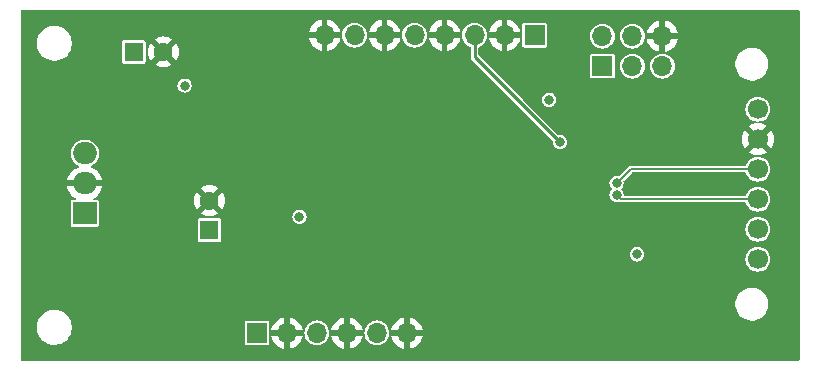
<source format=gbr>
%TF.GenerationSoftware,KiCad,Pcbnew,8.0.1*%
%TF.CreationDate,2024-04-25T19:13:20+02:00*%
%TF.ProjectId,lps-1,6c70732d-312e-46b6-9963-61645f706362,1.01*%
%TF.SameCoordinates,Original*%
%TF.FileFunction,Copper,L4,Bot*%
%TF.FilePolarity,Positive*%
%FSLAX46Y46*%
G04 Gerber Fmt 4.6, Leading zero omitted, Abs format (unit mm)*
G04 Created by KiCad (PCBNEW 8.0.1) date 2024-04-25 19:13:20*
%MOMM*%
%LPD*%
G01*
G04 APERTURE LIST*
%TA.AperFunction,ComponentPad*%
%ADD10C,1.700000*%
%TD*%
%TA.AperFunction,ComponentPad*%
%ADD11R,2.000000X1.905000*%
%TD*%
%TA.AperFunction,ComponentPad*%
%ADD12O,2.000000X1.905000*%
%TD*%
%TA.AperFunction,ComponentPad*%
%ADD13R,1.700000X1.700000*%
%TD*%
%TA.AperFunction,ComponentPad*%
%ADD14O,1.700000X1.700000*%
%TD*%
%TA.AperFunction,ComponentPad*%
%ADD15R,1.600000X1.600000*%
%TD*%
%TA.AperFunction,ComponentPad*%
%ADD16C,1.600000*%
%TD*%
%TA.AperFunction,ViaPad*%
%ADD17C,0.800000*%
%TD*%
%TA.AperFunction,Conductor*%
%ADD18C,0.152400*%
%TD*%
%TA.AperFunction,Conductor*%
%ADD19C,0.250000*%
%TD*%
G04 APERTURE END LIST*
D10*
%TO.P,J4,1,Pin_1*%
%TO.N,+3.3V*%
X125540000Y-63550000D03*
%TO.P,J4,2,Pin_2*%
%TO.N,GND*%
X125540000Y-66090000D03*
%TO.P,J4,3,Pin_3*%
%TO.N,/SCL*%
X125540000Y-68630000D03*
%TO.P,J4,4,Pin_4*%
%TO.N,/SDA*%
X125540000Y-71170000D03*
%TO.P,J4,5,Pin_5*%
%TO.N,unconnected-(J4-Pin_5-Pad5)*%
X125540000Y-73710000D03*
%TO.P,J4,6,Pin_6*%
%TO.N,unconnected-(J4-Pin_6-Pad6)*%
X125540000Y-76250000D03*
%TD*%
D11*
%TO.P,U1,1,IN*%
%TO.N,Net-(D1-K)*%
X68550000Y-72379999D03*
D12*
%TO.P,U1,2,GND*%
%TO.N,GND*%
X68550000Y-69839999D03*
%TO.P,U1,3,OUT*%
%TO.N,+5V*%
X68550000Y-67299999D03*
%TD*%
D13*
%TO.P,J5,1,Pin_1*%
%TO.N,/TxD0*%
X112375000Y-59905000D03*
D14*
%TO.P,J5,2,Pin_2*%
%TO.N,/RxD0*%
X112375000Y-57365000D03*
%TO.P,J5,3,Pin_3*%
%TO.N,/MODEM_SLEEP*%
X114915000Y-59905000D03*
%TO.P,J5,4,Pin_4*%
%TO.N,/MODEM_RESET*%
X114915000Y-57365000D03*
%TO.P,J5,5,Pin_5*%
%TO.N,+3.3V*%
X117455000Y-59905000D03*
%TO.P,J5,6,Pin_6*%
%TO.N,GND*%
X117455000Y-57365000D03*
%TD*%
D15*
%TO.P,C6,1*%
%TO.N,+5V*%
X72700000Y-58700000D03*
D16*
%TO.P,C6,2*%
%TO.N,GND*%
X75200000Y-58700000D03*
%TD*%
D13*
%TO.P,J6,1,Pin_1*%
%TO.N,+3.3V*%
X106630000Y-57290000D03*
D14*
%TO.P,J6,2,Pin_2*%
%TO.N,GND*%
X104090000Y-57290000D03*
%TO.P,J6,3,Pin_3*%
%TO.N,/UPDI*%
X101550000Y-57290000D03*
%TO.P,J6,4,Pin_4*%
%TO.N,GND*%
X99010000Y-57290000D03*
%TO.P,J6,5,Pin_5*%
%TO.N,/DIN*%
X96470000Y-57290000D03*
%TO.P,J6,6,Pin_6*%
%TO.N,GND*%
X93930000Y-57290000D03*
%TO.P,J6,7,Pin_7*%
%TO.N,/DOUT*%
X91390000Y-57290000D03*
%TO.P,J6,8,Pin_8*%
%TO.N,GND*%
X88850000Y-57290000D03*
%TD*%
D15*
%TO.P,C1,1*%
%TO.N,Net-(D1-K)*%
X79098257Y-73796363D03*
D16*
%TO.P,C1,2*%
%TO.N,GND*%
X79098257Y-71296363D03*
%TD*%
D13*
%TO.P,J15,1,Pin_1*%
%TO.N,/12VIN*%
X83125000Y-82500000D03*
D14*
%TO.P,J15,2,Pin_2*%
%TO.N,GND*%
X85665000Y-82500000D03*
%TO.P,J15,3,Pin_3*%
%TO.N,+5V*%
X88205000Y-82500000D03*
%TO.P,J15,4,Pin_4*%
%TO.N,GND*%
X90745000Y-82500000D03*
%TO.P,J15,5,Pin_5*%
%TO.N,+3.3V*%
X93285000Y-82500000D03*
%TO.P,J15,6,Pin_6*%
%TO.N,GND*%
X95825000Y-82500000D03*
%TD*%
D17*
%TO.N,+3.3V*%
X107875000Y-62750000D03*
X115300000Y-75850000D03*
X77000000Y-61550000D03*
X86725000Y-72650000D03*
%TO.N,GND*%
X117730000Y-65610000D03*
X117090000Y-77200000D03*
X117740000Y-72980000D03*
X117680000Y-69820000D03*
%TO.N,/SCL*%
X113575000Y-69824997D03*
%TO.N,/SDA*%
X113575000Y-70825000D03*
%TO.N,/UPDI*%
X108794474Y-66357072D03*
%TD*%
D18*
%TO.N,/SCL*%
X125532350Y-68635000D02*
X114764997Y-68635000D01*
X114764997Y-68635000D02*
X113575000Y-69824997D01*
%TO.N,/SDA*%
X113925000Y-71175000D02*
X113575000Y-70825000D01*
X125532350Y-71175000D02*
X113925000Y-71175000D01*
D19*
%TO.N,/UPDI*%
X101550000Y-59112598D02*
X108794474Y-66357072D01*
X101550000Y-57290000D02*
X101550000Y-59112598D01*
%TD*%
%TA.AperFunction,Conductor*%
%TO.N,GND*%
G36*
X129053794Y-55171206D02*
G01*
X129072100Y-55215400D01*
X129072100Y-84784600D01*
X129053794Y-84828794D01*
X129009600Y-84847100D01*
X63214400Y-84847100D01*
X63170206Y-84828794D01*
X63151900Y-84784600D01*
X63151900Y-82141279D01*
X64497500Y-82141279D01*
X64497501Y-82141295D01*
X64533880Y-82370979D01*
X64533880Y-82370980D01*
X64605746Y-82592161D01*
X64605750Y-82592169D01*
X64711329Y-82799381D01*
X64848025Y-82987526D01*
X64848032Y-82987534D01*
X65012465Y-83151967D01*
X65012473Y-83151974D01*
X65142452Y-83246410D01*
X65200621Y-83288672D01*
X65407837Y-83394253D01*
X65629018Y-83466119D01*
X65725829Y-83481452D01*
X65858704Y-83502498D01*
X65858710Y-83502498D01*
X65858718Y-83502500D01*
X65858720Y-83502500D01*
X66091280Y-83502500D01*
X66091282Y-83502500D01*
X66320982Y-83466119D01*
X66542163Y-83394253D01*
X66590257Y-83369748D01*
X82074500Y-83369748D01*
X82086132Y-83428230D01*
X82086133Y-83428232D01*
X82130447Y-83494552D01*
X82196767Y-83538866D01*
X82196769Y-83538867D01*
X82255252Y-83550500D01*
X83994748Y-83550500D01*
X84053231Y-83538867D01*
X84119552Y-83494552D01*
X84163867Y-83428231D01*
X84175500Y-83369748D01*
X84175500Y-82750001D01*
X84334363Y-82750001D01*
X84391567Y-82963487D01*
X84391568Y-82963489D01*
X84491398Y-83177575D01*
X84626892Y-83371081D01*
X84793918Y-83538107D01*
X84987426Y-83673603D01*
X85201503Y-83773428D01*
X85201519Y-83773434D01*
X85414998Y-83830635D01*
X85415000Y-83830634D01*
X85415000Y-82933012D01*
X85472007Y-82965925D01*
X85599174Y-83000000D01*
X85730826Y-83000000D01*
X85857993Y-82965925D01*
X85915000Y-82933012D01*
X85915000Y-83830634D01*
X85915001Y-83830635D01*
X86128480Y-83773434D01*
X86128496Y-83773428D01*
X86342573Y-83673603D01*
X86536081Y-83538107D01*
X86703107Y-83371081D01*
X86838601Y-83177575D01*
X86938431Y-82963489D01*
X86938432Y-82963487D01*
X86995636Y-82750001D01*
X86995636Y-82750000D01*
X86098012Y-82750000D01*
X86130925Y-82692993D01*
X86165000Y-82565826D01*
X86165000Y-82500000D01*
X87149417Y-82500000D01*
X87169699Y-82705930D01*
X87169700Y-82705935D01*
X87229766Y-82903949D01*
X87229768Y-82903954D01*
X87327311Y-83086444D01*
X87327313Y-83086448D01*
X87327315Y-83086450D01*
X87458590Y-83246410D01*
X87618550Y-83377685D01*
X87618553Y-83377686D01*
X87618555Y-83377688D01*
X87649546Y-83394253D01*
X87801046Y-83475232D01*
X87999066Y-83535300D01*
X88205000Y-83555583D01*
X88410934Y-83535300D01*
X88608954Y-83475232D01*
X88791450Y-83377685D01*
X88951410Y-83246410D01*
X89082685Y-83086450D01*
X89180232Y-82903954D01*
X89226933Y-82750001D01*
X89414363Y-82750001D01*
X89471567Y-82963487D01*
X89471568Y-82963489D01*
X89571398Y-83177575D01*
X89706892Y-83371081D01*
X89873918Y-83538107D01*
X90067426Y-83673603D01*
X90281503Y-83773428D01*
X90281519Y-83773434D01*
X90494998Y-83830635D01*
X90495000Y-83830634D01*
X90495000Y-82933012D01*
X90552007Y-82965925D01*
X90679174Y-83000000D01*
X90810826Y-83000000D01*
X90937993Y-82965925D01*
X90995000Y-82933012D01*
X90995000Y-83830634D01*
X90995001Y-83830635D01*
X91208480Y-83773434D01*
X91208496Y-83773428D01*
X91422573Y-83673603D01*
X91616081Y-83538107D01*
X91783107Y-83371081D01*
X91918601Y-83177575D01*
X92018431Y-82963489D01*
X92018432Y-82963487D01*
X92075636Y-82750001D01*
X92075636Y-82750000D01*
X91178012Y-82750000D01*
X91210925Y-82692993D01*
X91245000Y-82565826D01*
X91245000Y-82500000D01*
X92229417Y-82500000D01*
X92249699Y-82705930D01*
X92249700Y-82705935D01*
X92309766Y-82903949D01*
X92309768Y-82903954D01*
X92407311Y-83086444D01*
X92407313Y-83086448D01*
X92407315Y-83086450D01*
X92538590Y-83246410D01*
X92698550Y-83377685D01*
X92698553Y-83377686D01*
X92698555Y-83377688D01*
X92729546Y-83394253D01*
X92881046Y-83475232D01*
X93079066Y-83535300D01*
X93285000Y-83555583D01*
X93490934Y-83535300D01*
X93688954Y-83475232D01*
X93871450Y-83377685D01*
X94031410Y-83246410D01*
X94162685Y-83086450D01*
X94260232Y-82903954D01*
X94306933Y-82750001D01*
X94494363Y-82750001D01*
X94551567Y-82963487D01*
X94551568Y-82963489D01*
X94651398Y-83177575D01*
X94786892Y-83371081D01*
X94953918Y-83538107D01*
X95147426Y-83673603D01*
X95361503Y-83773428D01*
X95361519Y-83773434D01*
X95574998Y-83830635D01*
X95575000Y-83830634D01*
X95575000Y-82933012D01*
X95632007Y-82965925D01*
X95759174Y-83000000D01*
X95890826Y-83000000D01*
X96017993Y-82965925D01*
X96075000Y-82933012D01*
X96075000Y-83830634D01*
X96075001Y-83830635D01*
X96288480Y-83773434D01*
X96288496Y-83773428D01*
X96502573Y-83673603D01*
X96696081Y-83538107D01*
X96863107Y-83371081D01*
X96998601Y-83177575D01*
X97098431Y-82963489D01*
X97098432Y-82963487D01*
X97155636Y-82750001D01*
X97155636Y-82750000D01*
X96258012Y-82750000D01*
X96290925Y-82692993D01*
X96325000Y-82565826D01*
X96325000Y-82434174D01*
X96290925Y-82307007D01*
X96258012Y-82250000D01*
X97155636Y-82250000D01*
X97155636Y-82249998D01*
X97098432Y-82036512D01*
X97098431Y-82036510D01*
X96998600Y-81822422D01*
X96863109Y-81628920D01*
X96696081Y-81461892D01*
X96502575Y-81326398D01*
X96288489Y-81226568D01*
X96288487Y-81226567D01*
X96075001Y-81169363D01*
X96075000Y-81169364D01*
X96075000Y-82066988D01*
X96017993Y-82034075D01*
X95890826Y-82000000D01*
X95759174Y-82000000D01*
X95632007Y-82034075D01*
X95575000Y-82066988D01*
X95575000Y-81169364D01*
X95574998Y-81169363D01*
X95361512Y-81226567D01*
X95361510Y-81226568D01*
X95147422Y-81326399D01*
X94953920Y-81461890D01*
X94786890Y-81628920D01*
X94651399Y-81822422D01*
X94551568Y-82036510D01*
X94551567Y-82036512D01*
X94494363Y-82249998D01*
X94494364Y-82250000D01*
X95391988Y-82250000D01*
X95359075Y-82307007D01*
X95325000Y-82434174D01*
X95325000Y-82565826D01*
X95359075Y-82692993D01*
X95391988Y-82750000D01*
X94494364Y-82750000D01*
X94494363Y-82750001D01*
X94306933Y-82750001D01*
X94320300Y-82705934D01*
X94340583Y-82500000D01*
X94320300Y-82294066D01*
X94260232Y-82096046D01*
X94162685Y-81913550D01*
X94031410Y-81753590D01*
X93940544Y-81679019D01*
X93871455Y-81622319D01*
X93871453Y-81622318D01*
X93871450Y-81622315D01*
X93871448Y-81622313D01*
X93871444Y-81622311D01*
X93688954Y-81524768D01*
X93688949Y-81524766D01*
X93490935Y-81464700D01*
X93490930Y-81464699D01*
X93285000Y-81444417D01*
X93079069Y-81464699D01*
X93079064Y-81464700D01*
X92881050Y-81524766D01*
X92881045Y-81524768D01*
X92698555Y-81622311D01*
X92698544Y-81622319D01*
X92538591Y-81753588D01*
X92538588Y-81753591D01*
X92407319Y-81913544D01*
X92407311Y-81913555D01*
X92309768Y-82096045D01*
X92309766Y-82096050D01*
X92249700Y-82294064D01*
X92249699Y-82294069D01*
X92229417Y-82499999D01*
X92229417Y-82500000D01*
X91245000Y-82500000D01*
X91245000Y-82434174D01*
X91210925Y-82307007D01*
X91178012Y-82250000D01*
X92075636Y-82250000D01*
X92075636Y-82249998D01*
X92018432Y-82036512D01*
X92018431Y-82036510D01*
X91918600Y-81822422D01*
X91783109Y-81628920D01*
X91616081Y-81461892D01*
X91422575Y-81326398D01*
X91208489Y-81226568D01*
X91208487Y-81226567D01*
X90995001Y-81169363D01*
X90995000Y-81169364D01*
X90995000Y-82066988D01*
X90937993Y-82034075D01*
X90810826Y-82000000D01*
X90679174Y-82000000D01*
X90552007Y-82034075D01*
X90495000Y-82066988D01*
X90495000Y-81169364D01*
X90494998Y-81169363D01*
X90281512Y-81226567D01*
X90281510Y-81226568D01*
X90067422Y-81326399D01*
X89873920Y-81461890D01*
X89706890Y-81628920D01*
X89571399Y-81822422D01*
X89471568Y-82036510D01*
X89471567Y-82036512D01*
X89414363Y-82249998D01*
X89414364Y-82250000D01*
X90311988Y-82250000D01*
X90279075Y-82307007D01*
X90245000Y-82434174D01*
X90245000Y-82565826D01*
X90279075Y-82692993D01*
X90311988Y-82750000D01*
X89414364Y-82750000D01*
X89414363Y-82750001D01*
X89226933Y-82750001D01*
X89240300Y-82705934D01*
X89260583Y-82500000D01*
X89240300Y-82294066D01*
X89180232Y-82096046D01*
X89082685Y-81913550D01*
X88951410Y-81753590D01*
X88860544Y-81679019D01*
X88791455Y-81622319D01*
X88791453Y-81622318D01*
X88791450Y-81622315D01*
X88791448Y-81622313D01*
X88791444Y-81622311D01*
X88608954Y-81524768D01*
X88608949Y-81524766D01*
X88410935Y-81464700D01*
X88410930Y-81464699D01*
X88205000Y-81444417D01*
X87999069Y-81464699D01*
X87999064Y-81464700D01*
X87801050Y-81524766D01*
X87801045Y-81524768D01*
X87618555Y-81622311D01*
X87618544Y-81622319D01*
X87458591Y-81753588D01*
X87458588Y-81753591D01*
X87327319Y-81913544D01*
X87327311Y-81913555D01*
X87229768Y-82096045D01*
X87229766Y-82096050D01*
X87169700Y-82294064D01*
X87169699Y-82294069D01*
X87149417Y-82499999D01*
X87149417Y-82500000D01*
X86165000Y-82500000D01*
X86165000Y-82434174D01*
X86130925Y-82307007D01*
X86098012Y-82250000D01*
X86995636Y-82250000D01*
X86995636Y-82249998D01*
X86938432Y-82036512D01*
X86938431Y-82036510D01*
X86838600Y-81822422D01*
X86703109Y-81628920D01*
X86536081Y-81461892D01*
X86342575Y-81326398D01*
X86128489Y-81226568D01*
X86128487Y-81226567D01*
X85915001Y-81169363D01*
X85915000Y-81169364D01*
X85915000Y-82066988D01*
X85857993Y-82034075D01*
X85730826Y-82000000D01*
X85599174Y-82000000D01*
X85472007Y-82034075D01*
X85415000Y-82066988D01*
X85415000Y-81169364D01*
X85414998Y-81169363D01*
X85201512Y-81226567D01*
X85201510Y-81226568D01*
X84987422Y-81326399D01*
X84793920Y-81461890D01*
X84626890Y-81628920D01*
X84491399Y-81822422D01*
X84391568Y-82036510D01*
X84391567Y-82036512D01*
X84334363Y-82249998D01*
X84334364Y-82250000D01*
X85231988Y-82250000D01*
X85199075Y-82307007D01*
X85165000Y-82434174D01*
X85165000Y-82565826D01*
X85199075Y-82692993D01*
X85231988Y-82750000D01*
X84334364Y-82750000D01*
X84334363Y-82750001D01*
X84175500Y-82750001D01*
X84175500Y-81630252D01*
X84163867Y-81571769D01*
X84163866Y-81571767D01*
X84119552Y-81505447D01*
X84053232Y-81461133D01*
X84053230Y-81461132D01*
X83994748Y-81449500D01*
X82255252Y-81449500D01*
X82196769Y-81461132D01*
X82196767Y-81461133D01*
X82130447Y-81505447D01*
X82086133Y-81571767D01*
X82086132Y-81571769D01*
X82074500Y-81630251D01*
X82074500Y-83369748D01*
X66590257Y-83369748D01*
X66749379Y-83288672D01*
X66937527Y-83151974D01*
X67101974Y-82987527D01*
X67238672Y-82799379D01*
X67344253Y-82592163D01*
X67416119Y-82370982D01*
X67452500Y-82141282D01*
X67452500Y-81908718D01*
X67416119Y-81679018D01*
X67344253Y-81457837D01*
X67238672Y-81250621D01*
X67221196Y-81226568D01*
X67101974Y-81062473D01*
X67101967Y-81062465D01*
X66937534Y-80898032D01*
X66937526Y-80898025D01*
X66749381Y-80761329D01*
X66542169Y-80655750D01*
X66542161Y-80655746D01*
X66320980Y-80583880D01*
X66091295Y-80547501D01*
X66091283Y-80547500D01*
X66091282Y-80547500D01*
X65858718Y-80547500D01*
X65858716Y-80547500D01*
X65858704Y-80547501D01*
X65629020Y-80583880D01*
X65629019Y-80583880D01*
X65407838Y-80655746D01*
X65407830Y-80655750D01*
X65200618Y-80761329D01*
X65012473Y-80898025D01*
X65012465Y-80898032D01*
X64848032Y-81062465D01*
X64848025Y-81062473D01*
X64711329Y-81250618D01*
X64605750Y-81457830D01*
X64605746Y-81457838D01*
X64533880Y-81679019D01*
X64533880Y-81679020D01*
X64497501Y-81908704D01*
X64497500Y-81908720D01*
X64497500Y-82141279D01*
X63151900Y-82141279D01*
X63151900Y-80169983D01*
X123634500Y-80169983D01*
X123634501Y-80169999D01*
X123668910Y-80387246D01*
X123668910Y-80387247D01*
X123736886Y-80596455D01*
X123736887Y-80596457D01*
X123767097Y-80655746D01*
X123836751Y-80792449D01*
X123966047Y-80970410D01*
X123966050Y-80970413D01*
X123966053Y-80970417D01*
X124121582Y-81125946D01*
X124121585Y-81125948D01*
X124121590Y-81125953D01*
X124299551Y-81255249D01*
X124495546Y-81355114D01*
X124704751Y-81423089D01*
X124796322Y-81437592D01*
X124922000Y-81457498D01*
X124922006Y-81457498D01*
X124922014Y-81457500D01*
X124922016Y-81457500D01*
X125141984Y-81457500D01*
X125141986Y-81457500D01*
X125359249Y-81423089D01*
X125568454Y-81355114D01*
X125764449Y-81255249D01*
X125942410Y-81125953D01*
X126097953Y-80970410D01*
X126227249Y-80792449D01*
X126327114Y-80596454D01*
X126395089Y-80387249D01*
X126429500Y-80169986D01*
X126429500Y-79950014D01*
X126395089Y-79732751D01*
X126327114Y-79523546D01*
X126227249Y-79327551D01*
X126097953Y-79149590D01*
X126097948Y-79149585D01*
X126097946Y-79149582D01*
X125942417Y-78994053D01*
X125942413Y-78994050D01*
X125942410Y-78994047D01*
X125764449Y-78864751D01*
X125568457Y-78764887D01*
X125568455Y-78764886D01*
X125359247Y-78696910D01*
X125141999Y-78662501D01*
X125141987Y-78662500D01*
X125141986Y-78662500D01*
X124922014Y-78662500D01*
X124922012Y-78662500D01*
X124922000Y-78662501D01*
X124704753Y-78696910D01*
X124704752Y-78696910D01*
X124495544Y-78764886D01*
X124495542Y-78764887D01*
X124299550Y-78864751D01*
X124121582Y-78994053D01*
X123966053Y-79149582D01*
X123836751Y-79327550D01*
X123736887Y-79523542D01*
X123736886Y-79523544D01*
X123668910Y-79732752D01*
X123668910Y-79732753D01*
X123634501Y-79950000D01*
X123634500Y-79950016D01*
X123634500Y-80169983D01*
X63151900Y-80169983D01*
X63151900Y-75850001D01*
X114694318Y-75850001D01*
X114714954Y-76006755D01*
X114714957Y-76006765D01*
X114775462Y-76152838D01*
X114775464Y-76152841D01*
X114871717Y-76278282D01*
X114967971Y-76352139D01*
X114997159Y-76374536D01*
X115143238Y-76435044D01*
X115143242Y-76435044D01*
X115143244Y-76435045D01*
X115299998Y-76455682D01*
X115300000Y-76455682D01*
X115300002Y-76455682D01*
X115456755Y-76435045D01*
X115456755Y-76435044D01*
X115456762Y-76435044D01*
X115602841Y-76374536D01*
X115728282Y-76278282D01*
X115749983Y-76250000D01*
X124484417Y-76250000D01*
X124504699Y-76455930D01*
X124504700Y-76455935D01*
X124564766Y-76653949D01*
X124564768Y-76653954D01*
X124662311Y-76836444D01*
X124662313Y-76836448D01*
X124662315Y-76836450D01*
X124793590Y-76996410D01*
X124953550Y-77127685D01*
X124953553Y-77127686D01*
X124953555Y-77127688D01*
X125028912Y-77167967D01*
X125136046Y-77225232D01*
X125334066Y-77285300D01*
X125540000Y-77305583D01*
X125745934Y-77285300D01*
X125943954Y-77225232D01*
X126126450Y-77127685D01*
X126286410Y-76996410D01*
X126417685Y-76836450D01*
X126515232Y-76653954D01*
X126575300Y-76455934D01*
X126595583Y-76250000D01*
X126575300Y-76044066D01*
X126515232Y-75846046D01*
X126417685Y-75663550D01*
X126286410Y-75503590D01*
X126126450Y-75372315D01*
X126126448Y-75372313D01*
X126126444Y-75372311D01*
X125943954Y-75274768D01*
X125943949Y-75274766D01*
X125745935Y-75214700D01*
X125745930Y-75214699D01*
X125540000Y-75194417D01*
X125334069Y-75214699D01*
X125334064Y-75214700D01*
X125136050Y-75274766D01*
X125136045Y-75274768D01*
X124953555Y-75372311D01*
X124953544Y-75372319D01*
X124793591Y-75503588D01*
X124793588Y-75503591D01*
X124662319Y-75663544D01*
X124662311Y-75663555D01*
X124564768Y-75846045D01*
X124564766Y-75846050D01*
X124504700Y-76044064D01*
X124504699Y-76044069D01*
X124484417Y-76249999D01*
X124484417Y-76250000D01*
X115749983Y-76250000D01*
X115824536Y-76152841D01*
X115885044Y-76006762D01*
X115905682Y-75850000D01*
X115905161Y-75846046D01*
X115885045Y-75693244D01*
X115885044Y-75693242D01*
X115885044Y-75693238D01*
X115824536Y-75547159D01*
X115791105Y-75503591D01*
X115728282Y-75421717D01*
X115602841Y-75325464D01*
X115602838Y-75325462D01*
X115456765Y-75264957D01*
X115456755Y-75264954D01*
X115300002Y-75244318D01*
X115299998Y-75244318D01*
X115143244Y-75264954D01*
X115143234Y-75264957D01*
X114997161Y-75325462D01*
X114997158Y-75325464D01*
X114871717Y-75421717D01*
X114775464Y-75547158D01*
X114775462Y-75547161D01*
X114714957Y-75693234D01*
X114714954Y-75693244D01*
X114694318Y-75849998D01*
X114694318Y-75850001D01*
X63151900Y-75850001D01*
X63151900Y-74616111D01*
X78097757Y-74616111D01*
X78109389Y-74674593D01*
X78109390Y-74674595D01*
X78153704Y-74740915D01*
X78220024Y-74785229D01*
X78220026Y-74785230D01*
X78278509Y-74796863D01*
X79918005Y-74796863D01*
X79976488Y-74785230D01*
X80042809Y-74740915D01*
X80087124Y-74674594D01*
X80098757Y-74616111D01*
X80098757Y-73710000D01*
X124484417Y-73710000D01*
X124504699Y-73915930D01*
X124504700Y-73915935D01*
X124564766Y-74113949D01*
X124564768Y-74113954D01*
X124662311Y-74296444D01*
X124662313Y-74296448D01*
X124662315Y-74296450D01*
X124793590Y-74456410D01*
X124953550Y-74587685D01*
X124953553Y-74587686D01*
X124953555Y-74587688D01*
X125006731Y-74616111D01*
X125136046Y-74685232D01*
X125334066Y-74745300D01*
X125540000Y-74765583D01*
X125745934Y-74745300D01*
X125943954Y-74685232D01*
X126126450Y-74587685D01*
X126286410Y-74456410D01*
X126417685Y-74296450D01*
X126515232Y-74113954D01*
X126575300Y-73915934D01*
X126595583Y-73710000D01*
X126575300Y-73504066D01*
X126515232Y-73306046D01*
X126417685Y-73123550D01*
X126297099Y-72976615D01*
X126286411Y-72963591D01*
X126286408Y-72963588D01*
X126126455Y-72832319D01*
X126126453Y-72832318D01*
X126126450Y-72832315D01*
X126126448Y-72832313D01*
X126126444Y-72832311D01*
X125943954Y-72734768D01*
X125943949Y-72734766D01*
X125745935Y-72674700D01*
X125745930Y-72674699D01*
X125540000Y-72654417D01*
X125334069Y-72674699D01*
X125334064Y-72674700D01*
X125136050Y-72734766D01*
X125136045Y-72734768D01*
X124953555Y-72832311D01*
X124953544Y-72832319D01*
X124793591Y-72963588D01*
X124793588Y-72963591D01*
X124662319Y-73123544D01*
X124662311Y-73123555D01*
X124564768Y-73306045D01*
X124564766Y-73306050D01*
X124504700Y-73504064D01*
X124504699Y-73504069D01*
X124484417Y-73709999D01*
X124484417Y-73710000D01*
X80098757Y-73710000D01*
X80098757Y-72976615D01*
X80087124Y-72918132D01*
X80087123Y-72918130D01*
X80042809Y-72851810D01*
X79976489Y-72807496D01*
X79976487Y-72807495D01*
X79918005Y-72795863D01*
X78278509Y-72795863D01*
X78220026Y-72807495D01*
X78220024Y-72807496D01*
X78153704Y-72851810D01*
X78109390Y-72918130D01*
X78109389Y-72918132D01*
X78097757Y-72976614D01*
X78097757Y-74616111D01*
X63151900Y-74616111D01*
X63151900Y-70089999D01*
X67071490Y-70089999D01*
X67085765Y-70180124D01*
X67085765Y-70180125D01*
X67156415Y-70397563D01*
X67156419Y-70397571D01*
X67260210Y-70601272D01*
X67394601Y-70786246D01*
X67556252Y-70947897D01*
X67741226Y-71082288D01*
X67793279Y-71108811D01*
X67824346Y-71145185D01*
X67820593Y-71192873D01*
X67784219Y-71223940D01*
X67764905Y-71226999D01*
X67530252Y-71226999D01*
X67471769Y-71238631D01*
X67471767Y-71238632D01*
X67405447Y-71282946D01*
X67361133Y-71349266D01*
X67361132Y-71349268D01*
X67349500Y-71407750D01*
X67349500Y-73352247D01*
X67361132Y-73410729D01*
X67361133Y-73410731D01*
X67405447Y-73477051D01*
X67471767Y-73521365D01*
X67471769Y-73521366D01*
X67530252Y-73532999D01*
X69569748Y-73532999D01*
X69628231Y-73521366D01*
X69694552Y-73477051D01*
X69738867Y-73410730D01*
X69750500Y-73352247D01*
X69750500Y-72650001D01*
X86119318Y-72650001D01*
X86139954Y-72806755D01*
X86139957Y-72806765D01*
X86200462Y-72952838D01*
X86200464Y-72952841D01*
X86296717Y-73078282D01*
X86355719Y-73123555D01*
X86422159Y-73174536D01*
X86568238Y-73235044D01*
X86568242Y-73235044D01*
X86568244Y-73235045D01*
X86724998Y-73255682D01*
X86725000Y-73255682D01*
X86725002Y-73255682D01*
X86881755Y-73235045D01*
X86881755Y-73235044D01*
X86881762Y-73235044D01*
X87027841Y-73174536D01*
X87153282Y-73078282D01*
X87249536Y-72952841D01*
X87310044Y-72806762D01*
X87319522Y-72734768D01*
X87330682Y-72650001D01*
X87330682Y-72649998D01*
X87310045Y-72493244D01*
X87310044Y-72493242D01*
X87310044Y-72493238D01*
X87261229Y-72375388D01*
X87249537Y-72347161D01*
X87249535Y-72347158D01*
X87153282Y-72221717D01*
X87027841Y-72125464D01*
X87027838Y-72125462D01*
X86881765Y-72064957D01*
X86881755Y-72064954D01*
X86725002Y-72044318D01*
X86724998Y-72044318D01*
X86568244Y-72064954D01*
X86568234Y-72064957D01*
X86422161Y-72125462D01*
X86422158Y-72125464D01*
X86296717Y-72221717D01*
X86200464Y-72347158D01*
X86200462Y-72347161D01*
X86139957Y-72493234D01*
X86139954Y-72493244D01*
X86119318Y-72649998D01*
X86119318Y-72650001D01*
X69750500Y-72650001D01*
X69750500Y-71407751D01*
X69738867Y-71349268D01*
X69703518Y-71296365D01*
X77793291Y-71296365D01*
X77813115Y-71522964D01*
X77813118Y-71522980D01*
X77871988Y-71742684D01*
X77871989Y-71742686D01*
X77968121Y-71948842D01*
X78019231Y-72021834D01*
X78698257Y-71342808D01*
X78698257Y-71349024D01*
X78725516Y-71450757D01*
X78778177Y-71541969D01*
X78852651Y-71616443D01*
X78943863Y-71669104D01*
X79045596Y-71696363D01*
X79051810Y-71696363D01*
X78372784Y-72375387D01*
X78445774Y-72426497D01*
X78651933Y-72522630D01*
X78651935Y-72522631D01*
X78871639Y-72581501D01*
X78871655Y-72581504D01*
X79098255Y-72601329D01*
X79098259Y-72601329D01*
X79324858Y-72581504D01*
X79324874Y-72581501D01*
X79544578Y-72522631D01*
X79544580Y-72522630D01*
X79750741Y-72426496D01*
X79750744Y-72426494D01*
X79823728Y-72375388D01*
X79823729Y-72375388D01*
X79144704Y-71696363D01*
X79150918Y-71696363D01*
X79252651Y-71669104D01*
X79343863Y-71616443D01*
X79418337Y-71541969D01*
X79470998Y-71450757D01*
X79498257Y-71349024D01*
X79498257Y-71342810D01*
X80177282Y-72021835D01*
X80177282Y-72021834D01*
X80228388Y-71948850D01*
X80228390Y-71948847D01*
X80324524Y-71742686D01*
X80324525Y-71742684D01*
X80383395Y-71522980D01*
X80383398Y-71522964D01*
X80403223Y-71296365D01*
X80403223Y-71296360D01*
X80383398Y-71069761D01*
X80383395Y-71069745D01*
X80324525Y-70850041D01*
X80324524Y-70850039D01*
X80312849Y-70825001D01*
X112969318Y-70825001D01*
X112989954Y-70981755D01*
X112989957Y-70981765D01*
X113050462Y-71127838D01*
X113050464Y-71127841D01*
X113146717Y-71253282D01*
X113185378Y-71282947D01*
X113272159Y-71349536D01*
X113418238Y-71410044D01*
X113418242Y-71410044D01*
X113418244Y-71410045D01*
X113574998Y-71430682D01*
X113575000Y-71430682D01*
X113575002Y-71430682D01*
X113731756Y-71410045D01*
X113731757Y-71410044D01*
X113731762Y-71410044D01*
X113731766Y-71410042D01*
X113735717Y-71408984D01*
X113736128Y-71410520D01*
X113778444Y-71410512D01*
X113785789Y-71414133D01*
X113814452Y-71430682D01*
X113818197Y-71432844D01*
X113888572Y-71451700D01*
X124481330Y-71451700D01*
X124525524Y-71470006D01*
X124541137Y-71496055D01*
X124564768Y-71573954D01*
X124564769Y-71573957D01*
X124662311Y-71756444D01*
X124662313Y-71756448D01*
X124662315Y-71756450D01*
X124793590Y-71916410D01*
X124953550Y-72047685D01*
X124953553Y-72047686D01*
X124953555Y-72047688D01*
X124985861Y-72064956D01*
X125136046Y-72145232D01*
X125334066Y-72205300D01*
X125540000Y-72225583D01*
X125745934Y-72205300D01*
X125943954Y-72145232D01*
X126126450Y-72047685D01*
X126286410Y-71916410D01*
X126417685Y-71756450D01*
X126515232Y-71573954D01*
X126575300Y-71375934D01*
X126595583Y-71170000D01*
X126575300Y-70964066D01*
X126515232Y-70766046D01*
X126417685Y-70583550D01*
X126286410Y-70423590D01*
X126253666Y-70396718D01*
X126126455Y-70292319D01*
X126126453Y-70292318D01*
X126126450Y-70292315D01*
X126126448Y-70292313D01*
X126126444Y-70292311D01*
X125943954Y-70194768D01*
X125943949Y-70194766D01*
X125745935Y-70134700D01*
X125745930Y-70134699D01*
X125540000Y-70114417D01*
X125334069Y-70134699D01*
X125334064Y-70134700D01*
X125136050Y-70194766D01*
X125136045Y-70194768D01*
X124953555Y-70292311D01*
X124953544Y-70292319D01*
X124793591Y-70423588D01*
X124793588Y-70423591D01*
X124662319Y-70583544D01*
X124662311Y-70583555D01*
X124564766Y-70766050D01*
X124538105Y-70853942D01*
X124507759Y-70890920D01*
X124478296Y-70898300D01*
X114242299Y-70898300D01*
X114198105Y-70879994D01*
X114179799Y-70835800D01*
X114180333Y-70827648D01*
X114180682Y-70825000D01*
X114160044Y-70668238D01*
X114099536Y-70522159D01*
X114003282Y-70396718D01*
X114003279Y-70396716D01*
X114003278Y-70396714D01*
X113974434Y-70374581D01*
X113950517Y-70333154D01*
X113962898Y-70286949D01*
X113974427Y-70275419D01*
X114003282Y-70253279D01*
X114099536Y-70127838D01*
X114160044Y-69981759D01*
X114180682Y-69824997D01*
X114160044Y-69668235D01*
X114159766Y-69666123D01*
X114172146Y-69619917D01*
X114177529Y-69613779D01*
X114861304Y-68930006D01*
X114905498Y-68911700D01*
X124481330Y-68911700D01*
X124525524Y-68930006D01*
X124541137Y-68956055D01*
X124564768Y-69033954D01*
X124564769Y-69033957D01*
X124662311Y-69216444D01*
X124662319Y-69216455D01*
X124793588Y-69376408D01*
X124793591Y-69376411D01*
X124818332Y-69396715D01*
X124953550Y-69507685D01*
X124953553Y-69507686D01*
X124953555Y-69507688D01*
X125028912Y-69547967D01*
X125136046Y-69605232D01*
X125334066Y-69665300D01*
X125540000Y-69685583D01*
X125745934Y-69665300D01*
X125943954Y-69605232D01*
X126126450Y-69507685D01*
X126286410Y-69376410D01*
X126417685Y-69216450D01*
X126515232Y-69033954D01*
X126575300Y-68835934D01*
X126595583Y-68630000D01*
X126575300Y-68424066D01*
X126515232Y-68226046D01*
X126457967Y-68118912D01*
X126417688Y-68043555D01*
X126417686Y-68043553D01*
X126417685Y-68043550D01*
X126286410Y-67883590D01*
X126126450Y-67752315D01*
X126126448Y-67752313D01*
X126126444Y-67752311D01*
X125943954Y-67654768D01*
X125943949Y-67654766D01*
X125745935Y-67594700D01*
X125745930Y-67594699D01*
X125540000Y-67574417D01*
X125334069Y-67594699D01*
X125334064Y-67594700D01*
X125136050Y-67654766D01*
X125136045Y-67654768D01*
X124953555Y-67752311D01*
X124953544Y-67752319D01*
X124793591Y-67883588D01*
X124793588Y-67883591D01*
X124662319Y-68043544D01*
X124662311Y-68043555D01*
X124564766Y-68226050D01*
X124538105Y-68313942D01*
X124507759Y-68350920D01*
X124478296Y-68358300D01*
X114801425Y-68358300D01*
X114728569Y-68358300D01*
X114728568Y-68358300D01*
X114728562Y-68358301D01*
X114658194Y-68377155D01*
X114658192Y-68377156D01*
X114595099Y-68413584D01*
X114595093Y-68413589D01*
X113786223Y-69222459D01*
X113742029Y-69240765D01*
X113733871Y-69240230D01*
X113575002Y-69219315D01*
X113574998Y-69219315D01*
X113418244Y-69239951D01*
X113418234Y-69239954D01*
X113272161Y-69300459D01*
X113272158Y-69300461D01*
X113146717Y-69396714D01*
X113050464Y-69522155D01*
X113050462Y-69522158D01*
X112989957Y-69668231D01*
X112989954Y-69668241D01*
X112969318Y-69824995D01*
X112969318Y-69824998D01*
X112989954Y-69981752D01*
X112989957Y-69981762D01*
X113044904Y-70114417D01*
X113050464Y-70127838D01*
X113146718Y-70253279D01*
X113146719Y-70253280D01*
X113146721Y-70253282D01*
X113175563Y-70275413D01*
X113199481Y-70316840D01*
X113187101Y-70363045D01*
X113175564Y-70374582D01*
X113146722Y-70396714D01*
X113146720Y-70396716D01*
X113146718Y-70396718D01*
X113126098Y-70423591D01*
X113050462Y-70522162D01*
X112989957Y-70668234D01*
X112989954Y-70668244D01*
X112969318Y-70824998D01*
X112969318Y-70825001D01*
X80312849Y-70825001D01*
X80228391Y-70643880D01*
X80177281Y-70570890D01*
X79498257Y-71249914D01*
X79498257Y-71243702D01*
X79470998Y-71141969D01*
X79418337Y-71050757D01*
X79343863Y-70976283D01*
X79252651Y-70923622D01*
X79150918Y-70896363D01*
X79144702Y-70896363D01*
X79823729Y-70217337D01*
X79750736Y-70166227D01*
X79544580Y-70070095D01*
X79544578Y-70070094D01*
X79324874Y-70011224D01*
X79324858Y-70011221D01*
X79098259Y-69991397D01*
X79098255Y-69991397D01*
X78871655Y-70011221D01*
X78871639Y-70011224D01*
X78651935Y-70070094D01*
X78651933Y-70070095D01*
X78445774Y-70166228D01*
X78372784Y-70217336D01*
X78372783Y-70217336D01*
X79051810Y-70896363D01*
X79045596Y-70896363D01*
X78943863Y-70923622D01*
X78852651Y-70976283D01*
X78778177Y-71050757D01*
X78725516Y-71141969D01*
X78698257Y-71243702D01*
X78698257Y-71249916D01*
X78019230Y-70570889D01*
X78019230Y-70570890D01*
X77968122Y-70643880D01*
X77871989Y-70850039D01*
X77871988Y-70850041D01*
X77813118Y-71069745D01*
X77813115Y-71069761D01*
X77793291Y-71296360D01*
X77793291Y-71296365D01*
X69703518Y-71296365D01*
X69694552Y-71282946D01*
X69628232Y-71238632D01*
X69628230Y-71238631D01*
X69569748Y-71226999D01*
X69335095Y-71226999D01*
X69290901Y-71208693D01*
X69272595Y-71164499D01*
X69290901Y-71120305D01*
X69306721Y-71108811D01*
X69358773Y-71082288D01*
X69543747Y-70947897D01*
X69705398Y-70786246D01*
X69839789Y-70601272D01*
X69943580Y-70397571D01*
X69943584Y-70397563D01*
X70014234Y-70180125D01*
X70014234Y-70180124D01*
X70028509Y-70089999D01*
X69040748Y-70089999D01*
X69062518Y-70052291D01*
X69100000Y-69912408D01*
X69100000Y-69767590D01*
X69062518Y-69627707D01*
X69040748Y-69589999D01*
X70028509Y-69589999D01*
X70028509Y-69589998D01*
X70014234Y-69499873D01*
X70014234Y-69499872D01*
X69943584Y-69282434D01*
X69943580Y-69282426D01*
X69839789Y-69078725D01*
X69705398Y-68893751D01*
X69543747Y-68732100D01*
X69358773Y-68597709D01*
X69155072Y-68493918D01*
X69155064Y-68493914D01*
X69078101Y-68468907D01*
X69041727Y-68437840D01*
X69037974Y-68390152D01*
X69069039Y-68353779D01*
X69201804Y-68286133D01*
X69348629Y-68179458D01*
X69476959Y-68051128D01*
X69583634Y-67904303D01*
X69666027Y-67742597D01*
X69722109Y-67569994D01*
X69750500Y-67390742D01*
X69750500Y-67209256D01*
X69722109Y-67030004D01*
X69666027Y-66857401D01*
X69583634Y-66695695D01*
X69476959Y-66548870D01*
X69476952Y-66548862D01*
X69348636Y-66420546D01*
X69348628Y-66420539D01*
X69201806Y-66313866D01*
X69040104Y-66231475D01*
X69040096Y-66231471D01*
X68867493Y-66175389D01*
X68688256Y-66147000D01*
X68688244Y-66146999D01*
X68688243Y-66146999D01*
X68411757Y-66146999D01*
X68411755Y-66146999D01*
X68411743Y-66147000D01*
X68232507Y-66175389D01*
X68232506Y-66175389D01*
X68059903Y-66231471D01*
X68059895Y-66231475D01*
X67898193Y-66313866D01*
X67751371Y-66420539D01*
X67751363Y-66420546D01*
X67623047Y-66548862D01*
X67623040Y-66548870D01*
X67516367Y-66695692D01*
X67433976Y-66857394D01*
X67433972Y-66857402D01*
X67377890Y-67030005D01*
X67377890Y-67030006D01*
X67349501Y-67209242D01*
X67349500Y-67209258D01*
X67349500Y-67390739D01*
X67349501Y-67390755D01*
X67377890Y-67569991D01*
X67377890Y-67569992D01*
X67433972Y-67742595D01*
X67433976Y-67742603D01*
X67516367Y-67904305D01*
X67623040Y-68051127D01*
X67623047Y-68051135D01*
X67751363Y-68179451D01*
X67751371Y-68179458D01*
X67898196Y-68286133D01*
X68030958Y-68353778D01*
X68062025Y-68390152D01*
X68058272Y-68437840D01*
X68021898Y-68468907D01*
X67944936Y-68493914D01*
X67944927Y-68493918D01*
X67741226Y-68597709D01*
X67556252Y-68732100D01*
X67394601Y-68893751D01*
X67260210Y-69078725D01*
X67156419Y-69282426D01*
X67156415Y-69282434D01*
X67085765Y-69499872D01*
X67085765Y-69499873D01*
X67071490Y-69589998D01*
X67071491Y-69589999D01*
X68059252Y-69589999D01*
X68037482Y-69627707D01*
X68000000Y-69767590D01*
X68000000Y-69912408D01*
X68037482Y-70052291D01*
X68059252Y-70089999D01*
X67071490Y-70089999D01*
X63151900Y-70089999D01*
X63151900Y-61550001D01*
X76394318Y-61550001D01*
X76414954Y-61706755D01*
X76414957Y-61706765D01*
X76475462Y-61852838D01*
X76475464Y-61852841D01*
X76571717Y-61978282D01*
X76667971Y-62052139D01*
X76697159Y-62074536D01*
X76843238Y-62135044D01*
X76843242Y-62135044D01*
X76843244Y-62135045D01*
X76999998Y-62155682D01*
X77000000Y-62155682D01*
X77000002Y-62155682D01*
X77156755Y-62135045D01*
X77156755Y-62135044D01*
X77156762Y-62135044D01*
X77302841Y-62074536D01*
X77428282Y-61978282D01*
X77524536Y-61852841D01*
X77585044Y-61706762D01*
X77605682Y-61550000D01*
X77585044Y-61393238D01*
X77524536Y-61247159D01*
X77502139Y-61217971D01*
X77428282Y-61121717D01*
X77302841Y-61025464D01*
X77302838Y-61025462D01*
X77156765Y-60964957D01*
X77156755Y-60964954D01*
X77000002Y-60944318D01*
X76999998Y-60944318D01*
X76843244Y-60964954D01*
X76843234Y-60964957D01*
X76697161Y-61025462D01*
X76697158Y-61025464D01*
X76571717Y-61121717D01*
X76475464Y-61247158D01*
X76475462Y-61247161D01*
X76414957Y-61393234D01*
X76414954Y-61393244D01*
X76394318Y-61549998D01*
X76394318Y-61550001D01*
X63151900Y-61550001D01*
X63151900Y-59519748D01*
X71699500Y-59519748D01*
X71711132Y-59578230D01*
X71711133Y-59578232D01*
X71755447Y-59644552D01*
X71821767Y-59688866D01*
X71821769Y-59688867D01*
X71880252Y-59700500D01*
X73519748Y-59700500D01*
X73578231Y-59688867D01*
X73644552Y-59644552D01*
X73688867Y-59578231D01*
X73700500Y-59519748D01*
X73700500Y-58700002D01*
X73895034Y-58700002D01*
X73914858Y-58926601D01*
X73914861Y-58926617D01*
X73973731Y-59146321D01*
X73973732Y-59146323D01*
X74069864Y-59352479D01*
X74120974Y-59425471D01*
X74800000Y-58746445D01*
X74800000Y-58752661D01*
X74827259Y-58854394D01*
X74879920Y-58945606D01*
X74954394Y-59020080D01*
X75045606Y-59072741D01*
X75147339Y-59100000D01*
X75153553Y-59100000D01*
X74474527Y-59779024D01*
X74547517Y-59830134D01*
X74753676Y-59926267D01*
X74753678Y-59926268D01*
X74973382Y-59985138D01*
X74973398Y-59985141D01*
X75199998Y-60004966D01*
X75200002Y-60004966D01*
X75426601Y-59985141D01*
X75426617Y-59985138D01*
X75646321Y-59926268D01*
X75646323Y-59926267D01*
X75852484Y-59830133D01*
X75852487Y-59830131D01*
X75925471Y-59779025D01*
X75925472Y-59779025D01*
X75246447Y-59100000D01*
X75252661Y-59100000D01*
X75354394Y-59072741D01*
X75445606Y-59020080D01*
X75520080Y-58945606D01*
X75572741Y-58854394D01*
X75600000Y-58752661D01*
X75600000Y-58746447D01*
X76279025Y-59425472D01*
X76279025Y-59425471D01*
X76330131Y-59352487D01*
X76330133Y-59352484D01*
X76426267Y-59146323D01*
X76426268Y-59146321D01*
X76485138Y-58926617D01*
X76485141Y-58926601D01*
X76504966Y-58700002D01*
X76504966Y-58699997D01*
X76485141Y-58473398D01*
X76485138Y-58473382D01*
X76426268Y-58253678D01*
X76426267Y-58253676D01*
X76330134Y-58047517D01*
X76279024Y-57974527D01*
X75600000Y-58653551D01*
X75600000Y-58647339D01*
X75572741Y-58545606D01*
X75520080Y-58454394D01*
X75445606Y-58379920D01*
X75354394Y-58327259D01*
X75252661Y-58300000D01*
X75246445Y-58300000D01*
X75925472Y-57620974D01*
X75852479Y-57569864D01*
X75788438Y-57540001D01*
X87519363Y-57540001D01*
X87576567Y-57753487D01*
X87576568Y-57753489D01*
X87676398Y-57967575D01*
X87811892Y-58161081D01*
X87978918Y-58328107D01*
X88172426Y-58463603D01*
X88386503Y-58563428D01*
X88386519Y-58563434D01*
X88599998Y-58620635D01*
X88600000Y-58620634D01*
X88600000Y-57723012D01*
X88657007Y-57755925D01*
X88784174Y-57790000D01*
X88915826Y-57790000D01*
X89042993Y-57755925D01*
X89100000Y-57723012D01*
X89100000Y-58620634D01*
X89100001Y-58620635D01*
X89313480Y-58563434D01*
X89313496Y-58563428D01*
X89527573Y-58463603D01*
X89721081Y-58328107D01*
X89888107Y-58161081D01*
X90023601Y-57967575D01*
X90123431Y-57753489D01*
X90123432Y-57753487D01*
X90180636Y-57540001D01*
X90180636Y-57540000D01*
X89283012Y-57540000D01*
X89315925Y-57482993D01*
X89350000Y-57355826D01*
X89350000Y-57290000D01*
X90334417Y-57290000D01*
X90354699Y-57495930D01*
X90354700Y-57495935D01*
X90414766Y-57693949D01*
X90414768Y-57693954D01*
X90512311Y-57876444D01*
X90512319Y-57876455D01*
X90643588Y-58036408D01*
X90643591Y-58036411D01*
X90755951Y-58128622D01*
X90803550Y-58167685D01*
X90803553Y-58167686D01*
X90803555Y-58167688D01*
X90878912Y-58207967D01*
X90986046Y-58265232D01*
X91184066Y-58325300D01*
X91390000Y-58345583D01*
X91595934Y-58325300D01*
X91793954Y-58265232D01*
X91976450Y-58167685D01*
X92136410Y-58036410D01*
X92267685Y-57876450D01*
X92365232Y-57693954D01*
X92411933Y-57540001D01*
X92599363Y-57540001D01*
X92656567Y-57753487D01*
X92656568Y-57753489D01*
X92756398Y-57967575D01*
X92891892Y-58161081D01*
X93058918Y-58328107D01*
X93252426Y-58463603D01*
X93466503Y-58563428D01*
X93466519Y-58563434D01*
X93679998Y-58620635D01*
X93680000Y-58620634D01*
X93680000Y-57723012D01*
X93737007Y-57755925D01*
X93864174Y-57790000D01*
X93995826Y-57790000D01*
X94122993Y-57755925D01*
X94180000Y-57723012D01*
X94180000Y-58620634D01*
X94180001Y-58620635D01*
X94393480Y-58563434D01*
X94393496Y-58563428D01*
X94607573Y-58463603D01*
X94801081Y-58328107D01*
X94968107Y-58161081D01*
X95103601Y-57967575D01*
X95203431Y-57753489D01*
X95203432Y-57753487D01*
X95260636Y-57540001D01*
X95260636Y-57540000D01*
X94363012Y-57540000D01*
X94395925Y-57482993D01*
X94430000Y-57355826D01*
X94430000Y-57290000D01*
X95414417Y-57290000D01*
X95434699Y-57495930D01*
X95434700Y-57495935D01*
X95494766Y-57693949D01*
X95494768Y-57693954D01*
X95592311Y-57876444D01*
X95592319Y-57876455D01*
X95723588Y-58036408D01*
X95723591Y-58036411D01*
X95835951Y-58128622D01*
X95883550Y-58167685D01*
X95883553Y-58167686D01*
X95883555Y-58167688D01*
X95958912Y-58207967D01*
X96066046Y-58265232D01*
X96264066Y-58325300D01*
X96470000Y-58345583D01*
X96675934Y-58325300D01*
X96873954Y-58265232D01*
X97056450Y-58167685D01*
X97216410Y-58036410D01*
X97347685Y-57876450D01*
X97445232Y-57693954D01*
X97491933Y-57540001D01*
X97679363Y-57540001D01*
X97736567Y-57753487D01*
X97736568Y-57753489D01*
X97836398Y-57967575D01*
X97971892Y-58161081D01*
X98138918Y-58328107D01*
X98332426Y-58463603D01*
X98546503Y-58563428D01*
X98546519Y-58563434D01*
X98759998Y-58620635D01*
X98760000Y-58620634D01*
X98760000Y-57723012D01*
X98817007Y-57755925D01*
X98944174Y-57790000D01*
X99075826Y-57790000D01*
X99202993Y-57755925D01*
X99260000Y-57723012D01*
X99260000Y-58620634D01*
X99260001Y-58620635D01*
X99473480Y-58563434D01*
X99473496Y-58563428D01*
X99687573Y-58463603D01*
X99881081Y-58328107D01*
X100048107Y-58161081D01*
X100183601Y-57967575D01*
X100283431Y-57753489D01*
X100283432Y-57753487D01*
X100340636Y-57540001D01*
X100340636Y-57540000D01*
X99443012Y-57540000D01*
X99475925Y-57482993D01*
X99510000Y-57355826D01*
X99510000Y-57290000D01*
X100494417Y-57290000D01*
X100514699Y-57495930D01*
X100514700Y-57495935D01*
X100574766Y-57693949D01*
X100574768Y-57693954D01*
X100672311Y-57876444D01*
X100672319Y-57876455D01*
X100803588Y-58036408D01*
X100803591Y-58036411D01*
X100915951Y-58128622D01*
X100963550Y-58167685D01*
X100963553Y-58167686D01*
X100963555Y-58167688D01*
X101023308Y-58199626D01*
X101146046Y-58265232D01*
X101146048Y-58265232D01*
X101146051Y-58265234D01*
X101167790Y-58271827D01*
X101180141Y-58275574D01*
X101217119Y-58305919D01*
X101224500Y-58335383D01*
X101224500Y-59155449D01*
X101224501Y-59155457D01*
X101246680Y-59238233D01*
X101246684Y-59238242D01*
X101289532Y-59312456D01*
X101289539Y-59312465D01*
X108183907Y-66206832D01*
X108202213Y-66251026D01*
X108201678Y-66259183D01*
X108188792Y-66357068D01*
X108188792Y-66357074D01*
X108209428Y-66513827D01*
X108209431Y-66513837D01*
X108269936Y-66659910D01*
X108269938Y-66659913D01*
X108366191Y-66785354D01*
X108452230Y-66851373D01*
X108491633Y-66881608D01*
X108637712Y-66942116D01*
X108637716Y-66942116D01*
X108637718Y-66942117D01*
X108794472Y-66962754D01*
X108794474Y-66962754D01*
X108794476Y-66962754D01*
X108951229Y-66942117D01*
X108951229Y-66942116D01*
X108951236Y-66942116D01*
X109097315Y-66881608D01*
X109222756Y-66785354D01*
X109319010Y-66659913D01*
X109379518Y-66513834D01*
X109391800Y-66420540D01*
X109400156Y-66357073D01*
X109400156Y-66357070D01*
X109379519Y-66200316D01*
X109379518Y-66200314D01*
X109379518Y-66200310D01*
X109333827Y-66090002D01*
X124184843Y-66090002D01*
X124205430Y-66325317D01*
X124205433Y-66325333D01*
X124266567Y-66553487D01*
X124266568Y-66553489D01*
X124366399Y-66767578D01*
X124425072Y-66851372D01*
X124425072Y-66851373D01*
X125057037Y-66219407D01*
X125074075Y-66282993D01*
X125139901Y-66397007D01*
X125232993Y-66490099D01*
X125347007Y-66555925D01*
X125410590Y-66572962D01*
X124778625Y-67204926D01*
X124862422Y-67263600D01*
X124862420Y-67263600D01*
X125076510Y-67363431D01*
X125076512Y-67363432D01*
X125304666Y-67424566D01*
X125304682Y-67424569D01*
X125539998Y-67445157D01*
X125540002Y-67445157D01*
X125775317Y-67424569D01*
X125775333Y-67424566D01*
X126003487Y-67363432D01*
X126003489Y-67363431D01*
X126217575Y-67263601D01*
X126301372Y-67204925D01*
X125669409Y-66572962D01*
X125732993Y-66555925D01*
X125847007Y-66490099D01*
X125940099Y-66397007D01*
X126005925Y-66282993D01*
X126022962Y-66219409D01*
X126654925Y-66851372D01*
X126713601Y-66767575D01*
X126813431Y-66553489D01*
X126813432Y-66553487D01*
X126874566Y-66325333D01*
X126874569Y-66325317D01*
X126895157Y-66090002D01*
X126895157Y-66089997D01*
X126874569Y-65854682D01*
X126874566Y-65854666D01*
X126813432Y-65626512D01*
X126813431Y-65626510D01*
X126713600Y-65412422D01*
X126654926Y-65328625D01*
X126022962Y-65960589D01*
X126005925Y-65897007D01*
X125940099Y-65782993D01*
X125847007Y-65689901D01*
X125732993Y-65624075D01*
X125669407Y-65607037D01*
X126301373Y-64975072D01*
X126217577Y-64916399D01*
X126217579Y-64916399D01*
X126003489Y-64816568D01*
X126003487Y-64816567D01*
X125775333Y-64755433D01*
X125775317Y-64755430D01*
X125540002Y-64734843D01*
X125539998Y-64734843D01*
X125304682Y-64755430D01*
X125304666Y-64755433D01*
X125076512Y-64816567D01*
X125076510Y-64816568D01*
X124862426Y-64916397D01*
X124778626Y-64975073D01*
X125410590Y-65607037D01*
X125347007Y-65624075D01*
X125232993Y-65689901D01*
X125139901Y-65782993D01*
X125074075Y-65897007D01*
X125057037Y-65960590D01*
X124425073Y-65328626D01*
X124366397Y-65412426D01*
X124266568Y-65626510D01*
X124266567Y-65626512D01*
X124205433Y-65854666D01*
X124205430Y-65854682D01*
X124184843Y-66089997D01*
X124184843Y-66090002D01*
X109333827Y-66090002D01*
X109319010Y-66054231D01*
X109295947Y-66024174D01*
X109222756Y-65928789D01*
X109097315Y-65832536D01*
X109097312Y-65832534D01*
X108951239Y-65772029D01*
X108951229Y-65772026D01*
X108794476Y-65751390D01*
X108794471Y-65751390D01*
X108696585Y-65764276D01*
X108650380Y-65751895D01*
X108644234Y-65746505D01*
X106447729Y-63550000D01*
X124484417Y-63550000D01*
X124504699Y-63755930D01*
X124504700Y-63755935D01*
X124564766Y-63953949D01*
X124564768Y-63953954D01*
X124662311Y-64136444D01*
X124662313Y-64136448D01*
X124662315Y-64136450D01*
X124793590Y-64296410D01*
X124953550Y-64427685D01*
X124953553Y-64427686D01*
X124953555Y-64427688D01*
X125028912Y-64467967D01*
X125136046Y-64525232D01*
X125334066Y-64585300D01*
X125540000Y-64605583D01*
X125745934Y-64585300D01*
X125943954Y-64525232D01*
X126126450Y-64427685D01*
X126286410Y-64296410D01*
X126417685Y-64136450D01*
X126515232Y-63953954D01*
X126575300Y-63755934D01*
X126595583Y-63550000D01*
X126575300Y-63344066D01*
X126515232Y-63146046D01*
X126417685Y-62963550D01*
X126286410Y-62803590D01*
X126221111Y-62750001D01*
X126126455Y-62672319D01*
X126126453Y-62672318D01*
X126126450Y-62672315D01*
X126126448Y-62672313D01*
X126126444Y-62672311D01*
X125943954Y-62574768D01*
X125943949Y-62574766D01*
X125745935Y-62514700D01*
X125745930Y-62514699D01*
X125540000Y-62494417D01*
X125334069Y-62514699D01*
X125334064Y-62514700D01*
X125136050Y-62574766D01*
X125136045Y-62574768D01*
X124953555Y-62672311D01*
X124953544Y-62672319D01*
X124793591Y-62803588D01*
X124793588Y-62803591D01*
X124662319Y-62963544D01*
X124662311Y-62963555D01*
X124564768Y-63146045D01*
X124564766Y-63146050D01*
X124504700Y-63344064D01*
X124504699Y-63344069D01*
X124484417Y-63549999D01*
X124484417Y-63550000D01*
X106447729Y-63550000D01*
X105647730Y-62750001D01*
X107269318Y-62750001D01*
X107289954Y-62906755D01*
X107289957Y-62906765D01*
X107350462Y-63052838D01*
X107350464Y-63052841D01*
X107446717Y-63178282D01*
X107542971Y-63252139D01*
X107572159Y-63274536D01*
X107718238Y-63335044D01*
X107718242Y-63335044D01*
X107718244Y-63335045D01*
X107874998Y-63355682D01*
X107875000Y-63355682D01*
X107875002Y-63355682D01*
X108031755Y-63335045D01*
X108031755Y-63335044D01*
X108031762Y-63335044D01*
X108177841Y-63274536D01*
X108303282Y-63178282D01*
X108399536Y-63052841D01*
X108460044Y-62906762D01*
X108480682Y-62750000D01*
X108460044Y-62593238D01*
X108399536Y-62447159D01*
X108377139Y-62417971D01*
X108303282Y-62321717D01*
X108177841Y-62225464D01*
X108177838Y-62225462D01*
X108031765Y-62164957D01*
X108031755Y-62164954D01*
X107875002Y-62144318D01*
X107874998Y-62144318D01*
X107718244Y-62164954D01*
X107718234Y-62164957D01*
X107572161Y-62225462D01*
X107572158Y-62225464D01*
X107446717Y-62321717D01*
X107350464Y-62447158D01*
X107350462Y-62447161D01*
X107289957Y-62593234D01*
X107289954Y-62593244D01*
X107269318Y-62749998D01*
X107269318Y-62750001D01*
X105647730Y-62750001D01*
X103672477Y-60774748D01*
X111324500Y-60774748D01*
X111336132Y-60833230D01*
X111336133Y-60833232D01*
X111380447Y-60899552D01*
X111446767Y-60943866D01*
X111446769Y-60943867D01*
X111505252Y-60955500D01*
X113244748Y-60955500D01*
X113303231Y-60943867D01*
X113369552Y-60899552D01*
X113413867Y-60833231D01*
X113425500Y-60774748D01*
X113425500Y-59905000D01*
X113859417Y-59905000D01*
X113879699Y-60110930D01*
X113879700Y-60110935D01*
X113939766Y-60308949D01*
X113939768Y-60308954D01*
X114037311Y-60491444D01*
X114037313Y-60491448D01*
X114037315Y-60491450D01*
X114168590Y-60651410D01*
X114328550Y-60782685D01*
X114328553Y-60782686D01*
X114328555Y-60782688D01*
X114372068Y-60805946D01*
X114511046Y-60880232D01*
X114709066Y-60940300D01*
X114915000Y-60960583D01*
X115120934Y-60940300D01*
X115318954Y-60880232D01*
X115501450Y-60782685D01*
X115661410Y-60651410D01*
X115792685Y-60491450D01*
X115890232Y-60308954D01*
X115950300Y-60110934D01*
X115970583Y-59905000D01*
X116399417Y-59905000D01*
X116419699Y-60110930D01*
X116419700Y-60110935D01*
X116479766Y-60308949D01*
X116479768Y-60308954D01*
X116577311Y-60491444D01*
X116577313Y-60491448D01*
X116577315Y-60491450D01*
X116708590Y-60651410D01*
X116868550Y-60782685D01*
X116868553Y-60782686D01*
X116868555Y-60782688D01*
X116912068Y-60805946D01*
X117051046Y-60880232D01*
X117249066Y-60940300D01*
X117455000Y-60960583D01*
X117660934Y-60940300D01*
X117858954Y-60880232D01*
X118041450Y-60782685D01*
X118201410Y-60651410D01*
X118332685Y-60491450D01*
X118430232Y-60308954D01*
X118490300Y-60110934D01*
X118510583Y-59905000D01*
X118505164Y-59849983D01*
X123634500Y-59849983D01*
X123634501Y-59849999D01*
X123668910Y-60067246D01*
X123668910Y-60067247D01*
X123736886Y-60276455D01*
X123736887Y-60276457D01*
X123836751Y-60472449D01*
X123966047Y-60650410D01*
X123966050Y-60650413D01*
X123966053Y-60650417D01*
X124121582Y-60805946D01*
X124121585Y-60805948D01*
X124121590Y-60805953D01*
X124299551Y-60935249D01*
X124495546Y-61035114D01*
X124704751Y-61103089D01*
X124796322Y-61117592D01*
X124922000Y-61137498D01*
X124922006Y-61137498D01*
X124922014Y-61137500D01*
X124922016Y-61137500D01*
X125141984Y-61137500D01*
X125141986Y-61137500D01*
X125359249Y-61103089D01*
X125568454Y-61035114D01*
X125764449Y-60935249D01*
X125942410Y-60805953D01*
X126097953Y-60650410D01*
X126227249Y-60472449D01*
X126327114Y-60276454D01*
X126395089Y-60067249D01*
X126429500Y-59849986D01*
X126429500Y-59630014D01*
X126395089Y-59412751D01*
X126327114Y-59203546D01*
X126227249Y-59007551D01*
X126097953Y-58829590D01*
X126097948Y-58829585D01*
X126097946Y-58829582D01*
X125942417Y-58674053D01*
X125942413Y-58674050D01*
X125942410Y-58674047D01*
X125764449Y-58544751D01*
X125624412Y-58473398D01*
X125568457Y-58444887D01*
X125568455Y-58444886D01*
X125359247Y-58376910D01*
X125141999Y-58342501D01*
X125141987Y-58342500D01*
X125141986Y-58342500D01*
X124922014Y-58342500D01*
X124922012Y-58342500D01*
X124922000Y-58342501D01*
X124704753Y-58376910D01*
X124704752Y-58376910D01*
X124495544Y-58444886D01*
X124495542Y-58444887D01*
X124299550Y-58544751D01*
X124121582Y-58674053D01*
X123966053Y-58829582D01*
X123836751Y-59007550D01*
X123736887Y-59203542D01*
X123736886Y-59203544D01*
X123668910Y-59412752D01*
X123668910Y-59412753D01*
X123634501Y-59630000D01*
X123634500Y-59630016D01*
X123634500Y-59849983D01*
X118505164Y-59849983D01*
X118490300Y-59699066D01*
X118430232Y-59501046D01*
X118332685Y-59318550D01*
X118201410Y-59158590D01*
X118197592Y-59155457D01*
X118041455Y-59027319D01*
X118041453Y-59027318D01*
X118041450Y-59027315D01*
X118041448Y-59027313D01*
X118041444Y-59027311D01*
X117858954Y-58929768D01*
X117858949Y-58929766D01*
X117660935Y-58869700D01*
X117660930Y-58869699D01*
X117455000Y-58849417D01*
X117249069Y-58869699D01*
X117249064Y-58869700D01*
X117051050Y-58929766D01*
X117051045Y-58929768D01*
X116868555Y-59027311D01*
X116868544Y-59027319D01*
X116708591Y-59158588D01*
X116708588Y-59158591D01*
X116577319Y-59318544D01*
X116577311Y-59318555D01*
X116479768Y-59501045D01*
X116479766Y-59501050D01*
X116419700Y-59699064D01*
X116419699Y-59699069D01*
X116399417Y-59904999D01*
X116399417Y-59905000D01*
X115970583Y-59905000D01*
X115950300Y-59699066D01*
X115890232Y-59501046D01*
X115792685Y-59318550D01*
X115661410Y-59158590D01*
X115657592Y-59155457D01*
X115501455Y-59027319D01*
X115501453Y-59027318D01*
X115501450Y-59027315D01*
X115501448Y-59027313D01*
X115501444Y-59027311D01*
X115318954Y-58929768D01*
X115318949Y-58929766D01*
X115120935Y-58869700D01*
X115120930Y-58869699D01*
X114915000Y-58849417D01*
X114709069Y-58869699D01*
X114709064Y-58869700D01*
X114511050Y-58929766D01*
X114511045Y-58929768D01*
X114328555Y-59027311D01*
X114328544Y-59027319D01*
X114168591Y-59158588D01*
X114168588Y-59158591D01*
X114037319Y-59318544D01*
X114037311Y-59318555D01*
X113939768Y-59501045D01*
X113939766Y-59501050D01*
X113879700Y-59699064D01*
X113879699Y-59699069D01*
X113859417Y-59904999D01*
X113859417Y-59905000D01*
X113425500Y-59905000D01*
X113425500Y-59035252D01*
X113423920Y-59027311D01*
X113413867Y-58976769D01*
X113413866Y-58976767D01*
X113369552Y-58910447D01*
X113303232Y-58866133D01*
X113303230Y-58866132D01*
X113244748Y-58854500D01*
X111505252Y-58854500D01*
X111446769Y-58866132D01*
X111446767Y-58866133D01*
X111380447Y-58910447D01*
X111336133Y-58976767D01*
X111336132Y-58976769D01*
X111324500Y-59035251D01*
X111324500Y-60774748D01*
X103672477Y-60774748D01*
X101893806Y-58996077D01*
X101875500Y-58951883D01*
X101875500Y-58335383D01*
X101893806Y-58291189D01*
X101919858Y-58275574D01*
X101940450Y-58269328D01*
X101953948Y-58265234D01*
X101953948Y-58265233D01*
X101953954Y-58265232D01*
X102136450Y-58167685D01*
X102296410Y-58036410D01*
X102427685Y-57876450D01*
X102525232Y-57693954D01*
X102571933Y-57540001D01*
X102759363Y-57540001D01*
X102816567Y-57753487D01*
X102816568Y-57753489D01*
X102916398Y-57967575D01*
X103051892Y-58161081D01*
X103218918Y-58328107D01*
X103412426Y-58463603D01*
X103626503Y-58563428D01*
X103626519Y-58563434D01*
X103839998Y-58620635D01*
X103840000Y-58620634D01*
X103840000Y-57723012D01*
X103897007Y-57755925D01*
X104024174Y-57790000D01*
X104155826Y-57790000D01*
X104282993Y-57755925D01*
X104340000Y-57723012D01*
X104340000Y-58620634D01*
X104340001Y-58620635D01*
X104553480Y-58563434D01*
X104553496Y-58563428D01*
X104767573Y-58463603D01*
X104961081Y-58328107D01*
X105128107Y-58161081D01*
X105129040Y-58159748D01*
X105579500Y-58159748D01*
X105591132Y-58218230D01*
X105591133Y-58218232D01*
X105635447Y-58284552D01*
X105701767Y-58328866D01*
X105701769Y-58328867D01*
X105760252Y-58340500D01*
X107499748Y-58340500D01*
X107558231Y-58328867D01*
X107624552Y-58284552D01*
X107668867Y-58218231D01*
X107680500Y-58159748D01*
X107680500Y-57365000D01*
X111319417Y-57365000D01*
X111339699Y-57570930D01*
X111339700Y-57570935D01*
X111399766Y-57768949D01*
X111399768Y-57768954D01*
X111497311Y-57951444D01*
X111497319Y-57951455D01*
X111576154Y-58047517D01*
X111628590Y-58111410D01*
X111788550Y-58242685D01*
X111788553Y-58242686D01*
X111788555Y-58242688D01*
X111809116Y-58253678D01*
X111971046Y-58340232D01*
X112169066Y-58400300D01*
X112375000Y-58420583D01*
X112580934Y-58400300D01*
X112778954Y-58340232D01*
X112961450Y-58242685D01*
X113121410Y-58111410D01*
X113252685Y-57951450D01*
X113350232Y-57768954D01*
X113410300Y-57570934D01*
X113430583Y-57365000D01*
X113859417Y-57365000D01*
X113879699Y-57570930D01*
X113879700Y-57570935D01*
X113939766Y-57768949D01*
X113939768Y-57768954D01*
X114037311Y-57951444D01*
X114037319Y-57951455D01*
X114116154Y-58047517D01*
X114168590Y-58111410D01*
X114328550Y-58242685D01*
X114328553Y-58242686D01*
X114328555Y-58242688D01*
X114349116Y-58253678D01*
X114511046Y-58340232D01*
X114709066Y-58400300D01*
X114915000Y-58420583D01*
X115120934Y-58400300D01*
X115318954Y-58340232D01*
X115501450Y-58242685D01*
X115661410Y-58111410D01*
X115792685Y-57951450D01*
X115890232Y-57768954D01*
X115936933Y-57615001D01*
X116124363Y-57615001D01*
X116181567Y-57828487D01*
X116181568Y-57828489D01*
X116281398Y-58042575D01*
X116416892Y-58236081D01*
X116583918Y-58403107D01*
X116777426Y-58538603D01*
X116991503Y-58638428D01*
X116991519Y-58638434D01*
X117204998Y-58695635D01*
X117205000Y-58695634D01*
X117205000Y-57798012D01*
X117262007Y-57830925D01*
X117389174Y-57865000D01*
X117520826Y-57865000D01*
X117647993Y-57830925D01*
X117705000Y-57798012D01*
X117705000Y-58695634D01*
X117705001Y-58695635D01*
X117918480Y-58638434D01*
X117918496Y-58638428D01*
X118132573Y-58538603D01*
X118326081Y-58403107D01*
X118493107Y-58236081D01*
X118628601Y-58042575D01*
X118728431Y-57828489D01*
X118728432Y-57828487D01*
X118785636Y-57615001D01*
X118785636Y-57615000D01*
X117888012Y-57615000D01*
X117920925Y-57557993D01*
X117955000Y-57430826D01*
X117955000Y-57299174D01*
X117920925Y-57172007D01*
X117888012Y-57115000D01*
X118785636Y-57115000D01*
X118785636Y-57114998D01*
X118728432Y-56901512D01*
X118728431Y-56901510D01*
X118628600Y-56687422D01*
X118493109Y-56493920D01*
X118326081Y-56326892D01*
X118132575Y-56191398D01*
X117918489Y-56091568D01*
X117918487Y-56091567D01*
X117705001Y-56034363D01*
X117705000Y-56034364D01*
X117705000Y-56931988D01*
X117647993Y-56899075D01*
X117520826Y-56865000D01*
X117389174Y-56865000D01*
X117262007Y-56899075D01*
X117205000Y-56931988D01*
X117205000Y-56034364D01*
X117204998Y-56034363D01*
X116991512Y-56091567D01*
X116991510Y-56091568D01*
X116777422Y-56191399D01*
X116583920Y-56326890D01*
X116416890Y-56493920D01*
X116281399Y-56687422D01*
X116181568Y-56901510D01*
X116181567Y-56901512D01*
X116124363Y-57114998D01*
X116124364Y-57115000D01*
X117021988Y-57115000D01*
X116989075Y-57172007D01*
X116955000Y-57299174D01*
X116955000Y-57430826D01*
X116989075Y-57557993D01*
X117021988Y-57615000D01*
X116124364Y-57615000D01*
X116124363Y-57615001D01*
X115936933Y-57615001D01*
X115950300Y-57570934D01*
X115970583Y-57365000D01*
X115969679Y-57355826D01*
X115963196Y-57289999D01*
X115950300Y-57159066D01*
X115890232Y-56961046D01*
X115829821Y-56848026D01*
X115792688Y-56778555D01*
X115792686Y-56778553D01*
X115792685Y-56778550D01*
X115753622Y-56730951D01*
X115661411Y-56618591D01*
X115661408Y-56618588D01*
X115501455Y-56487319D01*
X115501453Y-56487318D01*
X115501450Y-56487315D01*
X115501448Y-56487313D01*
X115501444Y-56487311D01*
X115318954Y-56389768D01*
X115318949Y-56389766D01*
X115120935Y-56329700D01*
X115120930Y-56329699D01*
X114915000Y-56309417D01*
X114709069Y-56329699D01*
X114709064Y-56329700D01*
X114511050Y-56389766D01*
X114511045Y-56389768D01*
X114328555Y-56487311D01*
X114328544Y-56487319D01*
X114168591Y-56618588D01*
X114168588Y-56618591D01*
X114037319Y-56778544D01*
X114037311Y-56778555D01*
X113939768Y-56961045D01*
X113939766Y-56961050D01*
X113879700Y-57159064D01*
X113879699Y-57159069D01*
X113859417Y-57364999D01*
X113859417Y-57365000D01*
X113430583Y-57365000D01*
X113429679Y-57355826D01*
X113423196Y-57289999D01*
X113410300Y-57159066D01*
X113350232Y-56961046D01*
X113289821Y-56848026D01*
X113252688Y-56778555D01*
X113252686Y-56778553D01*
X113252685Y-56778550D01*
X113213622Y-56730951D01*
X113121411Y-56618591D01*
X113121408Y-56618588D01*
X112961455Y-56487319D01*
X112961453Y-56487318D01*
X112961450Y-56487315D01*
X112961448Y-56487313D01*
X112961444Y-56487311D01*
X112778954Y-56389768D01*
X112778949Y-56389766D01*
X112580935Y-56329700D01*
X112580930Y-56329699D01*
X112375000Y-56309417D01*
X112169069Y-56329699D01*
X112169064Y-56329700D01*
X111971050Y-56389766D01*
X111971045Y-56389768D01*
X111788555Y-56487311D01*
X111788544Y-56487319D01*
X111628591Y-56618588D01*
X111628588Y-56618591D01*
X111497319Y-56778544D01*
X111497311Y-56778555D01*
X111399768Y-56961045D01*
X111399766Y-56961050D01*
X111339700Y-57159064D01*
X111339699Y-57159069D01*
X111319417Y-57364999D01*
X111319417Y-57365000D01*
X107680500Y-57365000D01*
X107680500Y-56420252D01*
X107668867Y-56361769D01*
X107647439Y-56329700D01*
X107624552Y-56295447D01*
X107558232Y-56251133D01*
X107558230Y-56251132D01*
X107499748Y-56239500D01*
X105760252Y-56239500D01*
X105701769Y-56251132D01*
X105701767Y-56251133D01*
X105635447Y-56295447D01*
X105591133Y-56361767D01*
X105591132Y-56361769D01*
X105579500Y-56420251D01*
X105579500Y-58159748D01*
X105129040Y-58159748D01*
X105263601Y-57967575D01*
X105363431Y-57753489D01*
X105363432Y-57753487D01*
X105420636Y-57540001D01*
X105420636Y-57540000D01*
X104523012Y-57540000D01*
X104555925Y-57482993D01*
X104590000Y-57355826D01*
X104590000Y-57224174D01*
X104555925Y-57097007D01*
X104523012Y-57040000D01*
X105420636Y-57040000D01*
X105420636Y-57039998D01*
X105363432Y-56826512D01*
X105363431Y-56826510D01*
X105263600Y-56612422D01*
X105128109Y-56418920D01*
X104961081Y-56251892D01*
X104767575Y-56116398D01*
X104553489Y-56016568D01*
X104553487Y-56016567D01*
X104340001Y-55959363D01*
X104340000Y-55959364D01*
X104340000Y-56856988D01*
X104282993Y-56824075D01*
X104155826Y-56790000D01*
X104024174Y-56790000D01*
X103897007Y-56824075D01*
X103840000Y-56856988D01*
X103840000Y-55959364D01*
X103839998Y-55959363D01*
X103626512Y-56016567D01*
X103626510Y-56016568D01*
X103412422Y-56116399D01*
X103218920Y-56251890D01*
X103051890Y-56418920D01*
X102916399Y-56612422D01*
X102816568Y-56826510D01*
X102816567Y-56826512D01*
X102759363Y-57039998D01*
X102759364Y-57040000D01*
X103656988Y-57040000D01*
X103624075Y-57097007D01*
X103590000Y-57224174D01*
X103590000Y-57355826D01*
X103624075Y-57482993D01*
X103656988Y-57540000D01*
X102759364Y-57540000D01*
X102759363Y-57540001D01*
X102571933Y-57540001D01*
X102585300Y-57495934D01*
X102605583Y-57290000D01*
X102585300Y-57084066D01*
X102525232Y-56886046D01*
X102431843Y-56711329D01*
X102427688Y-56703555D01*
X102427686Y-56703553D01*
X102427685Y-56703550D01*
X102296410Y-56543590D01*
X102284579Y-56533881D01*
X102136455Y-56412319D01*
X102136453Y-56412318D01*
X102136450Y-56412315D01*
X102136448Y-56412313D01*
X102136444Y-56412311D01*
X101953954Y-56314768D01*
X101953949Y-56314766D01*
X101755935Y-56254700D01*
X101755930Y-56254699D01*
X101550000Y-56234417D01*
X101344069Y-56254699D01*
X101344064Y-56254700D01*
X101146050Y-56314766D01*
X101146045Y-56314768D01*
X100963555Y-56412311D01*
X100963544Y-56412319D01*
X100803591Y-56543588D01*
X100803588Y-56543591D01*
X100672319Y-56703544D01*
X100672311Y-56703555D01*
X100574768Y-56886045D01*
X100574766Y-56886050D01*
X100514700Y-57084064D01*
X100514699Y-57084069D01*
X100494417Y-57289999D01*
X100494417Y-57290000D01*
X99510000Y-57290000D01*
X99510000Y-57224174D01*
X99475925Y-57097007D01*
X99443012Y-57040000D01*
X100340636Y-57040000D01*
X100340636Y-57039998D01*
X100283432Y-56826512D01*
X100283431Y-56826510D01*
X100183600Y-56612422D01*
X100048109Y-56418920D01*
X99881081Y-56251892D01*
X99687575Y-56116398D01*
X99473489Y-56016568D01*
X99473487Y-56016567D01*
X99260001Y-55959363D01*
X99260000Y-55959364D01*
X99260000Y-56856988D01*
X99202993Y-56824075D01*
X99075826Y-56790000D01*
X98944174Y-56790000D01*
X98817007Y-56824075D01*
X98760000Y-56856988D01*
X98760000Y-55959364D01*
X98759998Y-55959363D01*
X98546512Y-56016567D01*
X98546510Y-56016568D01*
X98332422Y-56116399D01*
X98138920Y-56251890D01*
X97971890Y-56418920D01*
X97836399Y-56612422D01*
X97736568Y-56826510D01*
X97736567Y-56826512D01*
X97679363Y-57039998D01*
X97679364Y-57040000D01*
X98576988Y-57040000D01*
X98544075Y-57097007D01*
X98510000Y-57224174D01*
X98510000Y-57355826D01*
X98544075Y-57482993D01*
X98576988Y-57540000D01*
X97679364Y-57540000D01*
X97679363Y-57540001D01*
X97491933Y-57540001D01*
X97505300Y-57495934D01*
X97525583Y-57290000D01*
X97505300Y-57084066D01*
X97445232Y-56886046D01*
X97351843Y-56711329D01*
X97347688Y-56703555D01*
X97347686Y-56703553D01*
X97347685Y-56703550D01*
X97216410Y-56543590D01*
X97204579Y-56533881D01*
X97056455Y-56412319D01*
X97056453Y-56412318D01*
X97056450Y-56412315D01*
X97056448Y-56412313D01*
X97056444Y-56412311D01*
X96873954Y-56314768D01*
X96873949Y-56314766D01*
X96675935Y-56254700D01*
X96675930Y-56254699D01*
X96470000Y-56234417D01*
X96264069Y-56254699D01*
X96264064Y-56254700D01*
X96066050Y-56314766D01*
X96066045Y-56314768D01*
X95883555Y-56412311D01*
X95883544Y-56412319D01*
X95723591Y-56543588D01*
X95723588Y-56543591D01*
X95592319Y-56703544D01*
X95592311Y-56703555D01*
X95494768Y-56886045D01*
X95494766Y-56886050D01*
X95434700Y-57084064D01*
X95434699Y-57084069D01*
X95414417Y-57289999D01*
X95414417Y-57290000D01*
X94430000Y-57290000D01*
X94430000Y-57224174D01*
X94395925Y-57097007D01*
X94363012Y-57040000D01*
X95260636Y-57040000D01*
X95260636Y-57039998D01*
X95203432Y-56826512D01*
X95203431Y-56826510D01*
X95103600Y-56612422D01*
X94968109Y-56418920D01*
X94801081Y-56251892D01*
X94607575Y-56116398D01*
X94393489Y-56016568D01*
X94393487Y-56016567D01*
X94180001Y-55959363D01*
X94180000Y-55959364D01*
X94180000Y-56856988D01*
X94122993Y-56824075D01*
X93995826Y-56790000D01*
X93864174Y-56790000D01*
X93737007Y-56824075D01*
X93680000Y-56856988D01*
X93680000Y-55959364D01*
X93679998Y-55959363D01*
X93466512Y-56016567D01*
X93466510Y-56016568D01*
X93252422Y-56116399D01*
X93058920Y-56251890D01*
X92891890Y-56418920D01*
X92756399Y-56612422D01*
X92656568Y-56826510D01*
X92656567Y-56826512D01*
X92599363Y-57039998D01*
X92599364Y-57040000D01*
X93496988Y-57040000D01*
X93464075Y-57097007D01*
X93430000Y-57224174D01*
X93430000Y-57355826D01*
X93464075Y-57482993D01*
X93496988Y-57540000D01*
X92599364Y-57540000D01*
X92599363Y-57540001D01*
X92411933Y-57540001D01*
X92425300Y-57495934D01*
X92445583Y-57290000D01*
X92425300Y-57084066D01*
X92365232Y-56886046D01*
X92271843Y-56711329D01*
X92267688Y-56703555D01*
X92267686Y-56703553D01*
X92267685Y-56703550D01*
X92136410Y-56543590D01*
X92124579Y-56533881D01*
X91976455Y-56412319D01*
X91976453Y-56412318D01*
X91976450Y-56412315D01*
X91976448Y-56412313D01*
X91976444Y-56412311D01*
X91793954Y-56314768D01*
X91793949Y-56314766D01*
X91595935Y-56254700D01*
X91595930Y-56254699D01*
X91390000Y-56234417D01*
X91184069Y-56254699D01*
X91184064Y-56254700D01*
X90986050Y-56314766D01*
X90986045Y-56314768D01*
X90803555Y-56412311D01*
X90803544Y-56412319D01*
X90643591Y-56543588D01*
X90643588Y-56543591D01*
X90512319Y-56703544D01*
X90512311Y-56703555D01*
X90414768Y-56886045D01*
X90414766Y-56886050D01*
X90354700Y-57084064D01*
X90354699Y-57084069D01*
X90334417Y-57289999D01*
X90334417Y-57290000D01*
X89350000Y-57290000D01*
X89350000Y-57224174D01*
X89315925Y-57097007D01*
X89283012Y-57040000D01*
X90180636Y-57040000D01*
X90180636Y-57039998D01*
X90123432Y-56826512D01*
X90123431Y-56826510D01*
X90023600Y-56612422D01*
X89888109Y-56418920D01*
X89721081Y-56251892D01*
X89527575Y-56116398D01*
X89313489Y-56016568D01*
X89313487Y-56016567D01*
X89100001Y-55959363D01*
X89100000Y-55959364D01*
X89100000Y-56856988D01*
X89042993Y-56824075D01*
X88915826Y-56790000D01*
X88784174Y-56790000D01*
X88657007Y-56824075D01*
X88600000Y-56856988D01*
X88600000Y-55959364D01*
X88599998Y-55959363D01*
X88386512Y-56016567D01*
X88386510Y-56016568D01*
X88172422Y-56116399D01*
X87978920Y-56251890D01*
X87811890Y-56418920D01*
X87676399Y-56612422D01*
X87576568Y-56826510D01*
X87576567Y-56826512D01*
X87519363Y-57039998D01*
X87519364Y-57040000D01*
X88416988Y-57040000D01*
X88384075Y-57097007D01*
X88350000Y-57224174D01*
X88350000Y-57355826D01*
X88384075Y-57482993D01*
X88416988Y-57540000D01*
X87519364Y-57540000D01*
X87519363Y-57540001D01*
X75788438Y-57540001D01*
X75646323Y-57473732D01*
X75646321Y-57473731D01*
X75426617Y-57414861D01*
X75426601Y-57414858D01*
X75200002Y-57395034D01*
X75199998Y-57395034D01*
X74973398Y-57414858D01*
X74973382Y-57414861D01*
X74753678Y-57473731D01*
X74753676Y-57473732D01*
X74547517Y-57569865D01*
X74474527Y-57620973D01*
X74474526Y-57620973D01*
X75153553Y-58300000D01*
X75147339Y-58300000D01*
X75045606Y-58327259D01*
X74954394Y-58379920D01*
X74879920Y-58454394D01*
X74827259Y-58545606D01*
X74800000Y-58647339D01*
X74800000Y-58653553D01*
X74120973Y-57974526D01*
X74120973Y-57974527D01*
X74069865Y-58047517D01*
X73973732Y-58253676D01*
X73973731Y-58253678D01*
X73914861Y-58473382D01*
X73914858Y-58473398D01*
X73895034Y-58699997D01*
X73895034Y-58700002D01*
X73700500Y-58700002D01*
X73700500Y-57880252D01*
X73688867Y-57821769D01*
X73688866Y-57821767D01*
X73644552Y-57755447D01*
X73578232Y-57711133D01*
X73578230Y-57711132D01*
X73519748Y-57699500D01*
X71880252Y-57699500D01*
X71821769Y-57711132D01*
X71821767Y-57711133D01*
X71755447Y-57755447D01*
X71711133Y-57821767D01*
X71711132Y-57821769D01*
X71699500Y-57880251D01*
X71699500Y-59519748D01*
X63151900Y-59519748D01*
X63151900Y-58091279D01*
X64497500Y-58091279D01*
X64497501Y-58091295D01*
X64533880Y-58320979D01*
X64533880Y-58320980D01*
X64605746Y-58542161D01*
X64605750Y-58542169D01*
X64711329Y-58749381D01*
X64848025Y-58937526D01*
X64848032Y-58937534D01*
X65012465Y-59101967D01*
X65012473Y-59101974D01*
X65152271Y-59203544D01*
X65200621Y-59238672D01*
X65407837Y-59344253D01*
X65629018Y-59416119D01*
X65725829Y-59431452D01*
X65858704Y-59452498D01*
X65858710Y-59452498D01*
X65858718Y-59452500D01*
X65858720Y-59452500D01*
X66091280Y-59452500D01*
X66091282Y-59452500D01*
X66320982Y-59416119D01*
X66542163Y-59344253D01*
X66749379Y-59238672D01*
X66937527Y-59101974D01*
X67101974Y-58937527D01*
X67238672Y-58749379D01*
X67344253Y-58542163D01*
X67416119Y-58320982D01*
X67452500Y-58091282D01*
X67452500Y-57858718D01*
X67416119Y-57629018D01*
X67344253Y-57407837D01*
X67238672Y-57200621D01*
X67208480Y-57159066D01*
X67101974Y-57012473D01*
X67101967Y-57012465D01*
X66937534Y-56848032D01*
X66937526Y-56848025D01*
X66749381Y-56711329D01*
X66542169Y-56605750D01*
X66542161Y-56605746D01*
X66320980Y-56533880D01*
X66091295Y-56497501D01*
X66091283Y-56497500D01*
X66091282Y-56497500D01*
X65858718Y-56497500D01*
X65858716Y-56497500D01*
X65858704Y-56497501D01*
X65629020Y-56533880D01*
X65629019Y-56533880D01*
X65407838Y-56605746D01*
X65407830Y-56605750D01*
X65200618Y-56711329D01*
X65012473Y-56848025D01*
X65012465Y-56848032D01*
X64848032Y-57012465D01*
X64848025Y-57012473D01*
X64711329Y-57200618D01*
X64605750Y-57407830D01*
X64605746Y-57407838D01*
X64533880Y-57629019D01*
X64533880Y-57629020D01*
X64497501Y-57858704D01*
X64497500Y-57858720D01*
X64497500Y-58091279D01*
X63151900Y-58091279D01*
X63151900Y-55215400D01*
X63170206Y-55171206D01*
X63214400Y-55152900D01*
X129009600Y-55152900D01*
X129053794Y-55171206D01*
G37*
%TD.AperFunction*%
%TD*%
M02*

</source>
